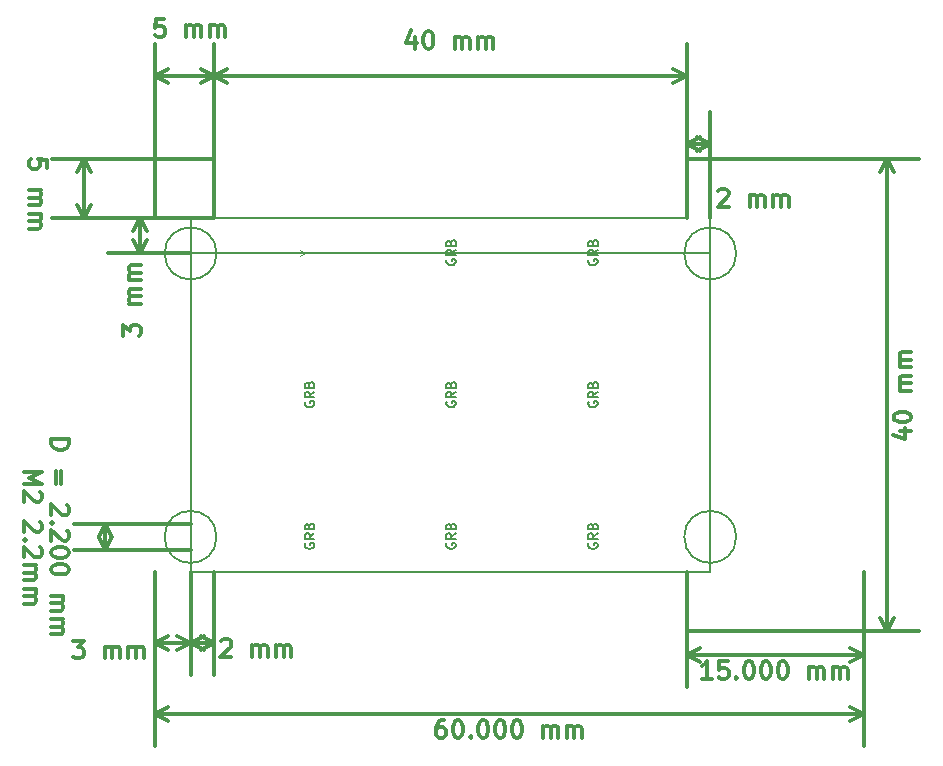
<source format=gbr>
G04 #@! TF.FileFunction,Other,Comment*
%FSLAX46Y46*%
G04 Gerber Fmt 4.6, Leading zero omitted, Abs format (unit mm)*
G04 Created by KiCad (PCBNEW 4.0.7) date 10/18/18 13:28:54*
%MOMM*%
%LPD*%
G01*
G04 APERTURE LIST*
%ADD10C,0.100000*%
%ADD11C,0.200000*%
%ADD12C,0.300000*%
%ADD13C,0.150000*%
G04 APERTURE END LIST*
D10*
D11*
X174000000Y-113000000D02*
X214000000Y-113000000D01*
X216000000Y-143000000D02*
X216000000Y-113000000D01*
X172000000Y-143000000D02*
X216000000Y-143000000D01*
X172000000Y-113000000D02*
X172000000Y-143000000D01*
D12*
X193500001Y-155528570D02*
X193214287Y-155528570D01*
X193071430Y-155599999D01*
X193000001Y-155671428D01*
X192857144Y-155885713D01*
X192785715Y-156171428D01*
X192785715Y-156742856D01*
X192857144Y-156885713D01*
X192928572Y-156957142D01*
X193071430Y-157028570D01*
X193357144Y-157028570D01*
X193500001Y-156957142D01*
X193571430Y-156885713D01*
X193642858Y-156742856D01*
X193642858Y-156385713D01*
X193571430Y-156242856D01*
X193500001Y-156171428D01*
X193357144Y-156099999D01*
X193071430Y-156099999D01*
X192928572Y-156171428D01*
X192857144Y-156242856D01*
X192785715Y-156385713D01*
X194571429Y-155528570D02*
X194714286Y-155528570D01*
X194857143Y-155599999D01*
X194928572Y-155671428D01*
X195000001Y-155814285D01*
X195071429Y-156099999D01*
X195071429Y-156457142D01*
X195000001Y-156742856D01*
X194928572Y-156885713D01*
X194857143Y-156957142D01*
X194714286Y-157028570D01*
X194571429Y-157028570D01*
X194428572Y-156957142D01*
X194357143Y-156885713D01*
X194285715Y-156742856D01*
X194214286Y-156457142D01*
X194214286Y-156099999D01*
X194285715Y-155814285D01*
X194357143Y-155671428D01*
X194428572Y-155599999D01*
X194571429Y-155528570D01*
X195714286Y-156885713D02*
X195785714Y-156957142D01*
X195714286Y-157028570D01*
X195642857Y-156957142D01*
X195714286Y-156885713D01*
X195714286Y-157028570D01*
X196714286Y-155528570D02*
X196857143Y-155528570D01*
X197000000Y-155599999D01*
X197071429Y-155671428D01*
X197142858Y-155814285D01*
X197214286Y-156099999D01*
X197214286Y-156457142D01*
X197142858Y-156742856D01*
X197071429Y-156885713D01*
X197000000Y-156957142D01*
X196857143Y-157028570D01*
X196714286Y-157028570D01*
X196571429Y-156957142D01*
X196500000Y-156885713D01*
X196428572Y-156742856D01*
X196357143Y-156457142D01*
X196357143Y-156099999D01*
X196428572Y-155814285D01*
X196500000Y-155671428D01*
X196571429Y-155599999D01*
X196714286Y-155528570D01*
X198142857Y-155528570D02*
X198285714Y-155528570D01*
X198428571Y-155599999D01*
X198500000Y-155671428D01*
X198571429Y-155814285D01*
X198642857Y-156099999D01*
X198642857Y-156457142D01*
X198571429Y-156742856D01*
X198500000Y-156885713D01*
X198428571Y-156957142D01*
X198285714Y-157028570D01*
X198142857Y-157028570D01*
X198000000Y-156957142D01*
X197928571Y-156885713D01*
X197857143Y-156742856D01*
X197785714Y-156457142D01*
X197785714Y-156099999D01*
X197857143Y-155814285D01*
X197928571Y-155671428D01*
X198000000Y-155599999D01*
X198142857Y-155528570D01*
X199571428Y-155528570D02*
X199714285Y-155528570D01*
X199857142Y-155599999D01*
X199928571Y-155671428D01*
X200000000Y-155814285D01*
X200071428Y-156099999D01*
X200071428Y-156457142D01*
X200000000Y-156742856D01*
X199928571Y-156885713D01*
X199857142Y-156957142D01*
X199714285Y-157028570D01*
X199571428Y-157028570D01*
X199428571Y-156957142D01*
X199357142Y-156885713D01*
X199285714Y-156742856D01*
X199214285Y-156457142D01*
X199214285Y-156099999D01*
X199285714Y-155814285D01*
X199357142Y-155671428D01*
X199428571Y-155599999D01*
X199571428Y-155528570D01*
X201857142Y-157028570D02*
X201857142Y-156028570D01*
X201857142Y-156171428D02*
X201928570Y-156099999D01*
X202071428Y-156028570D01*
X202285713Y-156028570D01*
X202428570Y-156099999D01*
X202499999Y-156242856D01*
X202499999Y-157028570D01*
X202499999Y-156242856D02*
X202571428Y-156099999D01*
X202714285Y-156028570D01*
X202928570Y-156028570D01*
X203071428Y-156099999D01*
X203142856Y-156242856D01*
X203142856Y-157028570D01*
X203857142Y-157028570D02*
X203857142Y-156028570D01*
X203857142Y-156171428D02*
X203928570Y-156099999D01*
X204071428Y-156028570D01*
X204285713Y-156028570D01*
X204428570Y-156099999D01*
X204499999Y-156242856D01*
X204499999Y-157028570D01*
X204499999Y-156242856D02*
X204571428Y-156099999D01*
X204714285Y-156028570D01*
X204928570Y-156028570D01*
X205071428Y-156099999D01*
X205142856Y-156242856D01*
X205142856Y-157028570D01*
X169000000Y-154999999D02*
X229000000Y-154999999D01*
X169000000Y-143000000D02*
X169000000Y-157699999D01*
X229000000Y-143000000D02*
X229000000Y-157699999D01*
X229000000Y-154999999D02*
X227873496Y-155586420D01*
X229000000Y-154999999D02*
X227873496Y-154413578D01*
X169000000Y-154999999D02*
X170126504Y-155586420D01*
X169000000Y-154999999D02*
X170126504Y-154413578D01*
X216142858Y-152028570D02*
X215285715Y-152028570D01*
X215714287Y-152028570D02*
X215714287Y-150528570D01*
X215571430Y-150742856D01*
X215428572Y-150885713D01*
X215285715Y-150957142D01*
X217500001Y-150528570D02*
X216785715Y-150528570D01*
X216714286Y-151242856D01*
X216785715Y-151171428D01*
X216928572Y-151099999D01*
X217285715Y-151099999D01*
X217428572Y-151171428D01*
X217500001Y-151242856D01*
X217571429Y-151385713D01*
X217571429Y-151742856D01*
X217500001Y-151885713D01*
X217428572Y-151957142D01*
X217285715Y-152028570D01*
X216928572Y-152028570D01*
X216785715Y-151957142D01*
X216714286Y-151885713D01*
X218214286Y-151885713D02*
X218285714Y-151957142D01*
X218214286Y-152028570D01*
X218142857Y-151957142D01*
X218214286Y-151885713D01*
X218214286Y-152028570D01*
X219214286Y-150528570D02*
X219357143Y-150528570D01*
X219500000Y-150599999D01*
X219571429Y-150671428D01*
X219642858Y-150814285D01*
X219714286Y-151099999D01*
X219714286Y-151457142D01*
X219642858Y-151742856D01*
X219571429Y-151885713D01*
X219500000Y-151957142D01*
X219357143Y-152028570D01*
X219214286Y-152028570D01*
X219071429Y-151957142D01*
X219000000Y-151885713D01*
X218928572Y-151742856D01*
X218857143Y-151457142D01*
X218857143Y-151099999D01*
X218928572Y-150814285D01*
X219000000Y-150671428D01*
X219071429Y-150599999D01*
X219214286Y-150528570D01*
X220642857Y-150528570D02*
X220785714Y-150528570D01*
X220928571Y-150599999D01*
X221000000Y-150671428D01*
X221071429Y-150814285D01*
X221142857Y-151099999D01*
X221142857Y-151457142D01*
X221071429Y-151742856D01*
X221000000Y-151885713D01*
X220928571Y-151957142D01*
X220785714Y-152028570D01*
X220642857Y-152028570D01*
X220500000Y-151957142D01*
X220428571Y-151885713D01*
X220357143Y-151742856D01*
X220285714Y-151457142D01*
X220285714Y-151099999D01*
X220357143Y-150814285D01*
X220428571Y-150671428D01*
X220500000Y-150599999D01*
X220642857Y-150528570D01*
X222071428Y-150528570D02*
X222214285Y-150528570D01*
X222357142Y-150599999D01*
X222428571Y-150671428D01*
X222500000Y-150814285D01*
X222571428Y-151099999D01*
X222571428Y-151457142D01*
X222500000Y-151742856D01*
X222428571Y-151885713D01*
X222357142Y-151957142D01*
X222214285Y-152028570D01*
X222071428Y-152028570D01*
X221928571Y-151957142D01*
X221857142Y-151885713D01*
X221785714Y-151742856D01*
X221714285Y-151457142D01*
X221714285Y-151099999D01*
X221785714Y-150814285D01*
X221857142Y-150671428D01*
X221928571Y-150599999D01*
X222071428Y-150528570D01*
X224357142Y-152028570D02*
X224357142Y-151028570D01*
X224357142Y-151171428D02*
X224428570Y-151099999D01*
X224571428Y-151028570D01*
X224785713Y-151028570D01*
X224928570Y-151099999D01*
X224999999Y-151242856D01*
X224999999Y-152028570D01*
X224999999Y-151242856D02*
X225071428Y-151099999D01*
X225214285Y-151028570D01*
X225428570Y-151028570D01*
X225571428Y-151099999D01*
X225642856Y-151242856D01*
X225642856Y-152028570D01*
X226357142Y-152028570D02*
X226357142Y-151028570D01*
X226357142Y-151171428D02*
X226428570Y-151099999D01*
X226571428Y-151028570D01*
X226785713Y-151028570D01*
X226928570Y-151099999D01*
X226999999Y-151242856D01*
X226999999Y-152028570D01*
X226999999Y-151242856D02*
X227071428Y-151099999D01*
X227214285Y-151028570D01*
X227428570Y-151028570D01*
X227571428Y-151099999D01*
X227642856Y-151242856D01*
X227642856Y-152028570D01*
X214000000Y-149999999D02*
X229000000Y-149999999D01*
X214000000Y-143000000D02*
X214000000Y-152699999D01*
X229000000Y-143000000D02*
X229000000Y-152699999D01*
X229000000Y-149999999D02*
X227873496Y-150586420D01*
X229000000Y-149999999D02*
X227873496Y-149413578D01*
X214000000Y-149999999D02*
X215126504Y-150586420D01*
X214000000Y-149999999D02*
X215126504Y-149413578D01*
X162028572Y-148778571D02*
X162957143Y-148778571D01*
X162457143Y-149350000D01*
X162671429Y-149350000D01*
X162814286Y-149421429D01*
X162885715Y-149492857D01*
X162957143Y-149635714D01*
X162957143Y-149992857D01*
X162885715Y-150135714D01*
X162814286Y-150207143D01*
X162671429Y-150278571D01*
X162242857Y-150278571D01*
X162100000Y-150207143D01*
X162028572Y-150135714D01*
X164742857Y-150278571D02*
X164742857Y-149278571D01*
X164742857Y-149421429D02*
X164814285Y-149350000D01*
X164957143Y-149278571D01*
X165171428Y-149278571D01*
X165314285Y-149350000D01*
X165385714Y-149492857D01*
X165385714Y-150278571D01*
X165385714Y-149492857D02*
X165457143Y-149350000D01*
X165600000Y-149278571D01*
X165814285Y-149278571D01*
X165957143Y-149350000D01*
X166028571Y-149492857D01*
X166028571Y-150278571D01*
X166742857Y-150278571D02*
X166742857Y-149278571D01*
X166742857Y-149421429D02*
X166814285Y-149350000D01*
X166957143Y-149278571D01*
X167171428Y-149278571D01*
X167314285Y-149350000D01*
X167385714Y-149492857D01*
X167385714Y-150278571D01*
X167385714Y-149492857D02*
X167457143Y-149350000D01*
X167600000Y-149278571D01*
X167814285Y-149278571D01*
X167957143Y-149350000D01*
X168028571Y-149492857D01*
X168028571Y-150278571D01*
X172000000Y-149000000D02*
X169000000Y-149000000D01*
X172000000Y-143000000D02*
X172000000Y-151700000D01*
X169000000Y-143000000D02*
X169000000Y-151700000D01*
X169000000Y-149000000D02*
X170126504Y-148413579D01*
X169000000Y-149000000D02*
X170126504Y-149586421D01*
X172000000Y-149000000D02*
X170873496Y-148413579D01*
X172000000Y-149000000D02*
X170873496Y-149586421D01*
D11*
X172000000Y-116000000D02*
X216000000Y-116000000D01*
D12*
X174600000Y-148821429D02*
X174671429Y-148750000D01*
X174814286Y-148678571D01*
X175171429Y-148678571D01*
X175314286Y-148750000D01*
X175385715Y-148821429D01*
X175457143Y-148964286D01*
X175457143Y-149107143D01*
X175385715Y-149321429D01*
X174528572Y-150178571D01*
X175457143Y-150178571D01*
X177242857Y-150178571D02*
X177242857Y-149178571D01*
X177242857Y-149321429D02*
X177314285Y-149250000D01*
X177457143Y-149178571D01*
X177671428Y-149178571D01*
X177814285Y-149250000D01*
X177885714Y-149392857D01*
X177885714Y-150178571D01*
X177885714Y-149392857D02*
X177957143Y-149250000D01*
X178100000Y-149178571D01*
X178314285Y-149178571D01*
X178457143Y-149250000D01*
X178528571Y-149392857D01*
X178528571Y-150178571D01*
X179242857Y-150178571D02*
X179242857Y-149178571D01*
X179242857Y-149321429D02*
X179314285Y-149250000D01*
X179457143Y-149178571D01*
X179671428Y-149178571D01*
X179814285Y-149250000D01*
X179885714Y-149392857D01*
X179885714Y-150178571D01*
X179885714Y-149392857D02*
X179957143Y-149250000D01*
X180100000Y-149178571D01*
X180314285Y-149178571D01*
X180457143Y-149250000D01*
X180528571Y-149392857D01*
X180528571Y-150178571D01*
X172000000Y-149000000D02*
X174000000Y-149000000D01*
X172000000Y-143000000D02*
X172000000Y-151700000D01*
X174000000Y-143000000D02*
X174000000Y-151700000D01*
X174000000Y-149000000D02*
X172873496Y-149586421D01*
X174000000Y-149000000D02*
X172873496Y-148413579D01*
X172000000Y-149000000D02*
X173126504Y-149586421D01*
X172000000Y-149000000D02*
X173126504Y-148413579D01*
X166278571Y-122971428D02*
X166278571Y-122042857D01*
X166850000Y-122542857D01*
X166850000Y-122328571D01*
X166921429Y-122185714D01*
X166992857Y-122114285D01*
X167135714Y-122042857D01*
X167492857Y-122042857D01*
X167635714Y-122114285D01*
X167707143Y-122185714D01*
X167778571Y-122328571D01*
X167778571Y-122757143D01*
X167707143Y-122900000D01*
X167635714Y-122971428D01*
X167778571Y-120257143D02*
X166778571Y-120257143D01*
X166921429Y-120257143D02*
X166850000Y-120185715D01*
X166778571Y-120042857D01*
X166778571Y-119828572D01*
X166850000Y-119685715D01*
X166992857Y-119614286D01*
X167778571Y-119614286D01*
X166992857Y-119614286D02*
X166850000Y-119542857D01*
X166778571Y-119400000D01*
X166778571Y-119185715D01*
X166850000Y-119042857D01*
X166992857Y-118971429D01*
X167778571Y-118971429D01*
X167778571Y-118257143D02*
X166778571Y-118257143D01*
X166921429Y-118257143D02*
X166850000Y-118185715D01*
X166778571Y-118042857D01*
X166778571Y-117828572D01*
X166850000Y-117685715D01*
X166992857Y-117614286D01*
X167778571Y-117614286D01*
X166992857Y-117614286D02*
X166850000Y-117542857D01*
X166778571Y-117400000D01*
X166778571Y-117185715D01*
X166850000Y-117042857D01*
X166992857Y-116971429D01*
X167778571Y-116971429D01*
X167700000Y-116000000D02*
X167700000Y-113000000D01*
X172000000Y-116000000D02*
X165000000Y-116000000D01*
X172000000Y-113000000D02*
X165000000Y-113000000D01*
X167700000Y-113000000D02*
X168286421Y-114126504D01*
X167700000Y-113000000D02*
X167113579Y-114126504D01*
X167700000Y-116000000D02*
X168286421Y-114873496D01*
X167700000Y-116000000D02*
X167113579Y-114873496D01*
X216700000Y-110671429D02*
X216771429Y-110600000D01*
X216914286Y-110528571D01*
X217271429Y-110528571D01*
X217414286Y-110600000D01*
X217485715Y-110671429D01*
X217557143Y-110814286D01*
X217557143Y-110957143D01*
X217485715Y-111171429D01*
X216628572Y-112028571D01*
X217557143Y-112028571D01*
X219342857Y-112028571D02*
X219342857Y-111028571D01*
X219342857Y-111171429D02*
X219414285Y-111100000D01*
X219557143Y-111028571D01*
X219771428Y-111028571D01*
X219914285Y-111100000D01*
X219985714Y-111242857D01*
X219985714Y-112028571D01*
X219985714Y-111242857D02*
X220057143Y-111100000D01*
X220200000Y-111028571D01*
X220414285Y-111028571D01*
X220557143Y-111100000D01*
X220628571Y-111242857D01*
X220628571Y-112028571D01*
X221342857Y-112028571D02*
X221342857Y-111028571D01*
X221342857Y-111171429D02*
X221414285Y-111100000D01*
X221557143Y-111028571D01*
X221771428Y-111028571D01*
X221914285Y-111100000D01*
X221985714Y-111242857D01*
X221985714Y-112028571D01*
X221985714Y-111242857D02*
X222057143Y-111100000D01*
X222200000Y-111028571D01*
X222414285Y-111028571D01*
X222557143Y-111100000D01*
X222628571Y-111242857D01*
X222628571Y-112028571D01*
X216000000Y-106700000D02*
X214000000Y-106700000D01*
X216000000Y-113000000D02*
X216000000Y-104000000D01*
X214000000Y-113000000D02*
X214000000Y-104000000D01*
X214000000Y-106700000D02*
X215126504Y-106113579D01*
X214000000Y-106700000D02*
X215126504Y-107286421D01*
X216000000Y-106700000D02*
X214873496Y-106113579D01*
X216000000Y-106700000D02*
X214873496Y-107286421D01*
X157921429Y-134528572D02*
X159421429Y-134528572D01*
X158350000Y-135028572D01*
X159421429Y-135528572D01*
X157921429Y-135528572D01*
X159278571Y-136171429D02*
X159350000Y-136242858D01*
X159421429Y-136385715D01*
X159421429Y-136742858D01*
X159350000Y-136885715D01*
X159278571Y-136957144D01*
X159135714Y-137028572D01*
X158992857Y-137028572D01*
X158778571Y-136957144D01*
X157921429Y-136100001D01*
X157921429Y-137028572D01*
X159278571Y-138742857D02*
X159350000Y-138814286D01*
X159421429Y-138957143D01*
X159421429Y-139314286D01*
X159350000Y-139457143D01*
X159278571Y-139528572D01*
X159135714Y-139600000D01*
X158992857Y-139600000D01*
X158778571Y-139528572D01*
X157921429Y-138671429D01*
X157921429Y-139600000D01*
X158064286Y-140242857D02*
X157992857Y-140314285D01*
X157921429Y-140242857D01*
X157992857Y-140171428D01*
X158064286Y-140242857D01*
X157921429Y-140242857D01*
X159278571Y-140885714D02*
X159350000Y-140957143D01*
X159421429Y-141100000D01*
X159421429Y-141457143D01*
X159350000Y-141600000D01*
X159278571Y-141671429D01*
X159135714Y-141742857D01*
X158992857Y-141742857D01*
X158778571Y-141671429D01*
X157921429Y-140814286D01*
X157921429Y-141742857D01*
X157921429Y-142385714D02*
X158921429Y-142385714D01*
X158778571Y-142385714D02*
X158850000Y-142457142D01*
X158921429Y-142600000D01*
X158921429Y-142814285D01*
X158850000Y-142957142D01*
X158707143Y-143028571D01*
X157921429Y-143028571D01*
X158707143Y-143028571D02*
X158850000Y-143100000D01*
X158921429Y-143242857D01*
X158921429Y-143457142D01*
X158850000Y-143600000D01*
X158707143Y-143671428D01*
X157921429Y-143671428D01*
X157921429Y-144385714D02*
X158921429Y-144385714D01*
X158778571Y-144385714D02*
X158850000Y-144457142D01*
X158921429Y-144600000D01*
X158921429Y-144814285D01*
X158850000Y-144957142D01*
X158707143Y-145028571D01*
X157921429Y-145028571D01*
X158707143Y-145028571D02*
X158850000Y-145100000D01*
X158921429Y-145242857D01*
X158921429Y-145457142D01*
X158850000Y-145600000D01*
X158707143Y-145671428D01*
X157921429Y-145671428D01*
X160221429Y-131750001D02*
X161721429Y-131750001D01*
X161721429Y-132107144D01*
X161650000Y-132321429D01*
X161507143Y-132464287D01*
X161364286Y-132535715D01*
X161078571Y-132607144D01*
X160864286Y-132607144D01*
X160578571Y-132535715D01*
X160435714Y-132464287D01*
X160292857Y-132321429D01*
X160221429Y-132107144D01*
X160221429Y-131750001D01*
X161007143Y-134392858D02*
X161007143Y-135535715D01*
X160578571Y-135535715D02*
X160578571Y-134392858D01*
X161578571Y-137321429D02*
X161650000Y-137392858D01*
X161721429Y-137535715D01*
X161721429Y-137892858D01*
X161650000Y-138035715D01*
X161578571Y-138107144D01*
X161435714Y-138178572D01*
X161292857Y-138178572D01*
X161078571Y-138107144D01*
X160221429Y-137250001D01*
X160221429Y-138178572D01*
X160364286Y-138821429D02*
X160292857Y-138892857D01*
X160221429Y-138821429D01*
X160292857Y-138750000D01*
X160364286Y-138821429D01*
X160221429Y-138821429D01*
X161578571Y-139464286D02*
X161650000Y-139535715D01*
X161721429Y-139678572D01*
X161721429Y-140035715D01*
X161650000Y-140178572D01*
X161578571Y-140250001D01*
X161435714Y-140321429D01*
X161292857Y-140321429D01*
X161078571Y-140250001D01*
X160221429Y-139392858D01*
X160221429Y-140321429D01*
X161721429Y-141250000D02*
X161721429Y-141392857D01*
X161650000Y-141535714D01*
X161578571Y-141607143D01*
X161435714Y-141678572D01*
X161150000Y-141750000D01*
X160792857Y-141750000D01*
X160507143Y-141678572D01*
X160364286Y-141607143D01*
X160292857Y-141535714D01*
X160221429Y-141392857D01*
X160221429Y-141250000D01*
X160292857Y-141107143D01*
X160364286Y-141035714D01*
X160507143Y-140964286D01*
X160792857Y-140892857D01*
X161150000Y-140892857D01*
X161435714Y-140964286D01*
X161578571Y-141035714D01*
X161650000Y-141107143D01*
X161721429Y-141250000D01*
X161721429Y-142678571D02*
X161721429Y-142821428D01*
X161650000Y-142964285D01*
X161578571Y-143035714D01*
X161435714Y-143107143D01*
X161150000Y-143178571D01*
X160792857Y-143178571D01*
X160507143Y-143107143D01*
X160364286Y-143035714D01*
X160292857Y-142964285D01*
X160221429Y-142821428D01*
X160221429Y-142678571D01*
X160292857Y-142535714D01*
X160364286Y-142464285D01*
X160507143Y-142392857D01*
X160792857Y-142321428D01*
X161150000Y-142321428D01*
X161435714Y-142392857D01*
X161578571Y-142464285D01*
X161650000Y-142535714D01*
X161721429Y-142678571D01*
X160221429Y-144964285D02*
X161221429Y-144964285D01*
X161078571Y-144964285D02*
X161150000Y-145035713D01*
X161221429Y-145178571D01*
X161221429Y-145392856D01*
X161150000Y-145535713D01*
X161007143Y-145607142D01*
X160221429Y-145607142D01*
X161007143Y-145607142D02*
X161150000Y-145678571D01*
X161221429Y-145821428D01*
X161221429Y-146035713D01*
X161150000Y-146178571D01*
X161007143Y-146249999D01*
X160221429Y-146249999D01*
X160221429Y-146964285D02*
X161221429Y-146964285D01*
X161078571Y-146964285D02*
X161150000Y-147035713D01*
X161221429Y-147178571D01*
X161221429Y-147392856D01*
X161150000Y-147535713D01*
X161007143Y-147607142D01*
X160221429Y-147607142D01*
X161007143Y-147607142D02*
X161150000Y-147678571D01*
X161221429Y-147821428D01*
X161221429Y-148035713D01*
X161150000Y-148178571D01*
X161007143Y-148249999D01*
X160221429Y-148249999D01*
X164800000Y-138900000D02*
X164800000Y-141100000D01*
X172000000Y-138900000D02*
X162100000Y-138900000D01*
X172000000Y-141100000D02*
X162100000Y-141100000D01*
X164800000Y-141100000D02*
X164213579Y-139973496D01*
X164800000Y-141100000D02*
X165386421Y-139973496D01*
X164800000Y-138900000D02*
X164213579Y-140026504D01*
X164800000Y-138900000D02*
X165386421Y-140026504D01*
X169785715Y-96178571D02*
X169071429Y-96178571D01*
X169000000Y-96892857D01*
X169071429Y-96821429D01*
X169214286Y-96750000D01*
X169571429Y-96750000D01*
X169714286Y-96821429D01*
X169785715Y-96892857D01*
X169857143Y-97035714D01*
X169857143Y-97392857D01*
X169785715Y-97535714D01*
X169714286Y-97607143D01*
X169571429Y-97678571D01*
X169214286Y-97678571D01*
X169071429Y-97607143D01*
X169000000Y-97535714D01*
X171642857Y-97678571D02*
X171642857Y-96678571D01*
X171642857Y-96821429D02*
X171714285Y-96750000D01*
X171857143Y-96678571D01*
X172071428Y-96678571D01*
X172214285Y-96750000D01*
X172285714Y-96892857D01*
X172285714Y-97678571D01*
X172285714Y-96892857D02*
X172357143Y-96750000D01*
X172500000Y-96678571D01*
X172714285Y-96678571D01*
X172857143Y-96750000D01*
X172928571Y-96892857D01*
X172928571Y-97678571D01*
X173642857Y-97678571D02*
X173642857Y-96678571D01*
X173642857Y-96821429D02*
X173714285Y-96750000D01*
X173857143Y-96678571D01*
X174071428Y-96678571D01*
X174214285Y-96750000D01*
X174285714Y-96892857D01*
X174285714Y-97678571D01*
X174285714Y-96892857D02*
X174357143Y-96750000D01*
X174500000Y-96678571D01*
X174714285Y-96678571D01*
X174857143Y-96750000D01*
X174928571Y-96892857D01*
X174928571Y-97678571D01*
X174000000Y-101000000D02*
X169000000Y-101000000D01*
X174000000Y-113000000D02*
X174000000Y-98300000D01*
X169000000Y-113000000D02*
X169000000Y-98300000D01*
X169000000Y-101000000D02*
X170126504Y-100413579D01*
X169000000Y-101000000D02*
X170126504Y-101586421D01*
X174000000Y-101000000D02*
X172873496Y-100413579D01*
X174000000Y-101000000D02*
X172873496Y-101586421D01*
X191000001Y-97678571D02*
X191000001Y-98678571D01*
X190642858Y-97107143D02*
X190285715Y-98178571D01*
X191214287Y-98178571D01*
X192071429Y-97178571D02*
X192214286Y-97178571D01*
X192357143Y-97250000D01*
X192428572Y-97321429D01*
X192500001Y-97464286D01*
X192571429Y-97750000D01*
X192571429Y-98107143D01*
X192500001Y-98392857D01*
X192428572Y-98535714D01*
X192357143Y-98607143D01*
X192214286Y-98678571D01*
X192071429Y-98678571D01*
X191928572Y-98607143D01*
X191857143Y-98535714D01*
X191785715Y-98392857D01*
X191714286Y-98107143D01*
X191714286Y-97750000D01*
X191785715Y-97464286D01*
X191857143Y-97321429D01*
X191928572Y-97250000D01*
X192071429Y-97178571D01*
X194357143Y-98678571D02*
X194357143Y-97678571D01*
X194357143Y-97821429D02*
X194428571Y-97750000D01*
X194571429Y-97678571D01*
X194785714Y-97678571D01*
X194928571Y-97750000D01*
X195000000Y-97892857D01*
X195000000Y-98678571D01*
X195000000Y-97892857D02*
X195071429Y-97750000D01*
X195214286Y-97678571D01*
X195428571Y-97678571D01*
X195571429Y-97750000D01*
X195642857Y-97892857D01*
X195642857Y-98678571D01*
X196357143Y-98678571D02*
X196357143Y-97678571D01*
X196357143Y-97821429D02*
X196428571Y-97750000D01*
X196571429Y-97678571D01*
X196785714Y-97678571D01*
X196928571Y-97750000D01*
X197000000Y-97892857D01*
X197000000Y-98678571D01*
X197000000Y-97892857D02*
X197071429Y-97750000D01*
X197214286Y-97678571D01*
X197428571Y-97678571D01*
X197571429Y-97750000D01*
X197642857Y-97892857D01*
X197642857Y-98678571D01*
X214000000Y-101000000D02*
X174000000Y-101000000D01*
X214000000Y-108000000D02*
X214000000Y-98300000D01*
X174000000Y-108000000D02*
X174000000Y-98300000D01*
X174000000Y-101000000D02*
X175126504Y-100413579D01*
X174000000Y-101000000D02*
X175126504Y-101586421D01*
X214000000Y-101000000D02*
X212873496Y-100413579D01*
X214000000Y-101000000D02*
X212873496Y-101586421D01*
X159821429Y-108785715D02*
X159821429Y-108071429D01*
X159107143Y-108000000D01*
X159178571Y-108071429D01*
X159250000Y-108214286D01*
X159250000Y-108571429D01*
X159178571Y-108714286D01*
X159107143Y-108785715D01*
X158964286Y-108857143D01*
X158607143Y-108857143D01*
X158464286Y-108785715D01*
X158392857Y-108714286D01*
X158321429Y-108571429D01*
X158321429Y-108214286D01*
X158392857Y-108071429D01*
X158464286Y-108000000D01*
X158321429Y-110642857D02*
X159321429Y-110642857D01*
X159178571Y-110642857D02*
X159250000Y-110714285D01*
X159321429Y-110857143D01*
X159321429Y-111071428D01*
X159250000Y-111214285D01*
X159107143Y-111285714D01*
X158321429Y-111285714D01*
X159107143Y-111285714D02*
X159250000Y-111357143D01*
X159321429Y-111500000D01*
X159321429Y-111714285D01*
X159250000Y-111857143D01*
X159107143Y-111928571D01*
X158321429Y-111928571D01*
X158321429Y-112642857D02*
X159321429Y-112642857D01*
X159178571Y-112642857D02*
X159250000Y-112714285D01*
X159321429Y-112857143D01*
X159321429Y-113071428D01*
X159250000Y-113214285D01*
X159107143Y-113285714D01*
X158321429Y-113285714D01*
X159107143Y-113285714D02*
X159250000Y-113357143D01*
X159321429Y-113500000D01*
X159321429Y-113714285D01*
X159250000Y-113857143D01*
X159107143Y-113928571D01*
X158321429Y-113928571D01*
X163000000Y-108000000D02*
X163000000Y-113000000D01*
X174000000Y-108000000D02*
X160300000Y-108000000D01*
X174000000Y-113000000D02*
X160300000Y-113000000D01*
X163000000Y-113000000D02*
X162413579Y-111873496D01*
X163000000Y-113000000D02*
X163586421Y-111873496D01*
X163000000Y-108000000D02*
X162413579Y-109126504D01*
X163000000Y-108000000D02*
X163586421Y-109126504D01*
X232028571Y-130999999D02*
X233028571Y-130999999D01*
X231457143Y-131357142D02*
X232528571Y-131714285D01*
X232528571Y-130785713D01*
X231528571Y-129928571D02*
X231528571Y-129785714D01*
X231600000Y-129642857D01*
X231671429Y-129571428D01*
X231814286Y-129499999D01*
X232100000Y-129428571D01*
X232457143Y-129428571D01*
X232742857Y-129499999D01*
X232885714Y-129571428D01*
X232957143Y-129642857D01*
X233028571Y-129785714D01*
X233028571Y-129928571D01*
X232957143Y-130071428D01*
X232885714Y-130142857D01*
X232742857Y-130214285D01*
X232457143Y-130285714D01*
X232100000Y-130285714D01*
X231814286Y-130214285D01*
X231671429Y-130142857D01*
X231600000Y-130071428D01*
X231528571Y-129928571D01*
X233028571Y-127642857D02*
X232028571Y-127642857D01*
X232171429Y-127642857D02*
X232100000Y-127571429D01*
X232028571Y-127428571D01*
X232028571Y-127214286D01*
X232100000Y-127071429D01*
X232242857Y-127000000D01*
X233028571Y-127000000D01*
X232242857Y-127000000D02*
X232100000Y-126928571D01*
X232028571Y-126785714D01*
X232028571Y-126571429D01*
X232100000Y-126428571D01*
X232242857Y-126357143D01*
X233028571Y-126357143D01*
X233028571Y-125642857D02*
X232028571Y-125642857D01*
X232171429Y-125642857D02*
X232100000Y-125571429D01*
X232028571Y-125428571D01*
X232028571Y-125214286D01*
X232100000Y-125071429D01*
X232242857Y-125000000D01*
X233028571Y-125000000D01*
X232242857Y-125000000D02*
X232100000Y-124928571D01*
X232028571Y-124785714D01*
X232028571Y-124571429D01*
X232100000Y-124428571D01*
X232242857Y-124357143D01*
X233028571Y-124357143D01*
X231000000Y-148000000D02*
X231000000Y-108000000D01*
X214000000Y-148000000D02*
X233700000Y-148000000D01*
X214000000Y-108000000D02*
X233700000Y-108000000D01*
X231000000Y-108000000D02*
X231586421Y-109126504D01*
X231000000Y-108000000D02*
X230413579Y-109126504D01*
X231000000Y-148000000D02*
X231586421Y-146873496D01*
X231000000Y-148000000D02*
X230413579Y-146873496D01*
D10*
X181717952Y-115951000D02*
X182098905Y-115951000D01*
X181298905Y-116217667D02*
X181717952Y-115951000D01*
X181298905Y-115684333D01*
D13*
X218200000Y-140000000D02*
G75*
G03X218200000Y-140000000I-2200000J0D01*
G01*
X218200000Y-116000000D02*
G75*
G03X218200000Y-116000000I-2200000J0D01*
G01*
X174200000Y-140000000D02*
G75*
G03X174200000Y-140000000I-2200000J0D01*
G01*
X174200000Y-116000000D02*
G75*
G03X174200000Y-116000000I-2200000J0D01*
G01*
X205700000Y-140540476D02*
X205661905Y-140616667D01*
X205661905Y-140730952D01*
X205700000Y-140845238D01*
X205776190Y-140921429D01*
X205852381Y-140959524D01*
X206004762Y-140997619D01*
X206119048Y-140997619D01*
X206271429Y-140959524D01*
X206347619Y-140921429D01*
X206423810Y-140845238D01*
X206461905Y-140730952D01*
X206461905Y-140654762D01*
X206423810Y-140540476D01*
X206385714Y-140502381D01*
X206119048Y-140502381D01*
X206119048Y-140654762D01*
X206461905Y-139702381D02*
X206080952Y-139969048D01*
X206461905Y-140159524D02*
X205661905Y-140159524D01*
X205661905Y-139854762D01*
X205700000Y-139778571D01*
X205738095Y-139740476D01*
X205814286Y-139702381D01*
X205928571Y-139702381D01*
X206004762Y-139740476D01*
X206042857Y-139778571D01*
X206080952Y-139854762D01*
X206080952Y-140159524D01*
X206042857Y-139092857D02*
X206080952Y-138978571D01*
X206119048Y-138940476D01*
X206195238Y-138902381D01*
X206309524Y-138902381D01*
X206385714Y-138940476D01*
X206423810Y-138978571D01*
X206461905Y-139054762D01*
X206461905Y-139359524D01*
X205661905Y-139359524D01*
X205661905Y-139092857D01*
X205700000Y-139016667D01*
X205738095Y-138978571D01*
X205814286Y-138940476D01*
X205890476Y-138940476D01*
X205966667Y-138978571D01*
X206004762Y-139016667D01*
X206042857Y-139092857D01*
X206042857Y-139359524D01*
X193700000Y-140540476D02*
X193661905Y-140616667D01*
X193661905Y-140730952D01*
X193700000Y-140845238D01*
X193776190Y-140921429D01*
X193852381Y-140959524D01*
X194004762Y-140997619D01*
X194119048Y-140997619D01*
X194271429Y-140959524D01*
X194347619Y-140921429D01*
X194423810Y-140845238D01*
X194461905Y-140730952D01*
X194461905Y-140654762D01*
X194423810Y-140540476D01*
X194385714Y-140502381D01*
X194119048Y-140502381D01*
X194119048Y-140654762D01*
X194461905Y-139702381D02*
X194080952Y-139969048D01*
X194461905Y-140159524D02*
X193661905Y-140159524D01*
X193661905Y-139854762D01*
X193700000Y-139778571D01*
X193738095Y-139740476D01*
X193814286Y-139702381D01*
X193928571Y-139702381D01*
X194004762Y-139740476D01*
X194042857Y-139778571D01*
X194080952Y-139854762D01*
X194080952Y-140159524D01*
X194042857Y-139092857D02*
X194080952Y-138978571D01*
X194119048Y-138940476D01*
X194195238Y-138902381D01*
X194309524Y-138902381D01*
X194385714Y-138940476D01*
X194423810Y-138978571D01*
X194461905Y-139054762D01*
X194461905Y-139359524D01*
X193661905Y-139359524D01*
X193661905Y-139092857D01*
X193700000Y-139016667D01*
X193738095Y-138978571D01*
X193814286Y-138940476D01*
X193890476Y-138940476D01*
X193966667Y-138978571D01*
X194004762Y-139016667D01*
X194042857Y-139092857D01*
X194042857Y-139359524D01*
X181700000Y-140540476D02*
X181661905Y-140616667D01*
X181661905Y-140730952D01*
X181700000Y-140845238D01*
X181776190Y-140921429D01*
X181852381Y-140959524D01*
X182004762Y-140997619D01*
X182119048Y-140997619D01*
X182271429Y-140959524D01*
X182347619Y-140921429D01*
X182423810Y-140845238D01*
X182461905Y-140730952D01*
X182461905Y-140654762D01*
X182423810Y-140540476D01*
X182385714Y-140502381D01*
X182119048Y-140502381D01*
X182119048Y-140654762D01*
X182461905Y-139702381D02*
X182080952Y-139969048D01*
X182461905Y-140159524D02*
X181661905Y-140159524D01*
X181661905Y-139854762D01*
X181700000Y-139778571D01*
X181738095Y-139740476D01*
X181814286Y-139702381D01*
X181928571Y-139702381D01*
X182004762Y-139740476D01*
X182042857Y-139778571D01*
X182080952Y-139854762D01*
X182080952Y-140159524D01*
X182042857Y-139092857D02*
X182080952Y-138978571D01*
X182119048Y-138940476D01*
X182195238Y-138902381D01*
X182309524Y-138902381D01*
X182385714Y-138940476D01*
X182423810Y-138978571D01*
X182461905Y-139054762D01*
X182461905Y-139359524D01*
X181661905Y-139359524D01*
X181661905Y-139092857D01*
X181700000Y-139016667D01*
X181738095Y-138978571D01*
X181814286Y-138940476D01*
X181890476Y-138940476D01*
X181966667Y-138978571D01*
X182004762Y-139016667D01*
X182042857Y-139092857D01*
X182042857Y-139359524D01*
X205700000Y-128540476D02*
X205661905Y-128616667D01*
X205661905Y-128730952D01*
X205700000Y-128845238D01*
X205776190Y-128921429D01*
X205852381Y-128959524D01*
X206004762Y-128997619D01*
X206119048Y-128997619D01*
X206271429Y-128959524D01*
X206347619Y-128921429D01*
X206423810Y-128845238D01*
X206461905Y-128730952D01*
X206461905Y-128654762D01*
X206423810Y-128540476D01*
X206385714Y-128502381D01*
X206119048Y-128502381D01*
X206119048Y-128654762D01*
X206461905Y-127702381D02*
X206080952Y-127969048D01*
X206461905Y-128159524D02*
X205661905Y-128159524D01*
X205661905Y-127854762D01*
X205700000Y-127778571D01*
X205738095Y-127740476D01*
X205814286Y-127702381D01*
X205928571Y-127702381D01*
X206004762Y-127740476D01*
X206042857Y-127778571D01*
X206080952Y-127854762D01*
X206080952Y-128159524D01*
X206042857Y-127092857D02*
X206080952Y-126978571D01*
X206119048Y-126940476D01*
X206195238Y-126902381D01*
X206309524Y-126902381D01*
X206385714Y-126940476D01*
X206423810Y-126978571D01*
X206461905Y-127054762D01*
X206461905Y-127359524D01*
X205661905Y-127359524D01*
X205661905Y-127092857D01*
X205700000Y-127016667D01*
X205738095Y-126978571D01*
X205814286Y-126940476D01*
X205890476Y-126940476D01*
X205966667Y-126978571D01*
X206004762Y-127016667D01*
X206042857Y-127092857D01*
X206042857Y-127359524D01*
X193700000Y-128540476D02*
X193661905Y-128616667D01*
X193661905Y-128730952D01*
X193700000Y-128845238D01*
X193776190Y-128921429D01*
X193852381Y-128959524D01*
X194004762Y-128997619D01*
X194119048Y-128997619D01*
X194271429Y-128959524D01*
X194347619Y-128921429D01*
X194423810Y-128845238D01*
X194461905Y-128730952D01*
X194461905Y-128654762D01*
X194423810Y-128540476D01*
X194385714Y-128502381D01*
X194119048Y-128502381D01*
X194119048Y-128654762D01*
X194461905Y-127702381D02*
X194080952Y-127969048D01*
X194461905Y-128159524D02*
X193661905Y-128159524D01*
X193661905Y-127854762D01*
X193700000Y-127778571D01*
X193738095Y-127740476D01*
X193814286Y-127702381D01*
X193928571Y-127702381D01*
X194004762Y-127740476D01*
X194042857Y-127778571D01*
X194080952Y-127854762D01*
X194080952Y-128159524D01*
X194042857Y-127092857D02*
X194080952Y-126978571D01*
X194119048Y-126940476D01*
X194195238Y-126902381D01*
X194309524Y-126902381D01*
X194385714Y-126940476D01*
X194423810Y-126978571D01*
X194461905Y-127054762D01*
X194461905Y-127359524D01*
X193661905Y-127359524D01*
X193661905Y-127092857D01*
X193700000Y-127016667D01*
X193738095Y-126978571D01*
X193814286Y-126940476D01*
X193890476Y-126940476D01*
X193966667Y-126978571D01*
X194004762Y-127016667D01*
X194042857Y-127092857D01*
X194042857Y-127359524D01*
X181700000Y-128540476D02*
X181661905Y-128616667D01*
X181661905Y-128730952D01*
X181700000Y-128845238D01*
X181776190Y-128921429D01*
X181852381Y-128959524D01*
X182004762Y-128997619D01*
X182119048Y-128997619D01*
X182271429Y-128959524D01*
X182347619Y-128921429D01*
X182423810Y-128845238D01*
X182461905Y-128730952D01*
X182461905Y-128654762D01*
X182423810Y-128540476D01*
X182385714Y-128502381D01*
X182119048Y-128502381D01*
X182119048Y-128654762D01*
X182461905Y-127702381D02*
X182080952Y-127969048D01*
X182461905Y-128159524D02*
X181661905Y-128159524D01*
X181661905Y-127854762D01*
X181700000Y-127778571D01*
X181738095Y-127740476D01*
X181814286Y-127702381D01*
X181928571Y-127702381D01*
X182004762Y-127740476D01*
X182042857Y-127778571D01*
X182080952Y-127854762D01*
X182080952Y-128159524D01*
X182042857Y-127092857D02*
X182080952Y-126978571D01*
X182119048Y-126940476D01*
X182195238Y-126902381D01*
X182309524Y-126902381D01*
X182385714Y-126940476D01*
X182423810Y-126978571D01*
X182461905Y-127054762D01*
X182461905Y-127359524D01*
X181661905Y-127359524D01*
X181661905Y-127092857D01*
X181700000Y-127016667D01*
X181738095Y-126978571D01*
X181814286Y-126940476D01*
X181890476Y-126940476D01*
X181966667Y-126978571D01*
X182004762Y-127016667D01*
X182042857Y-127092857D01*
X182042857Y-127359524D01*
X205700000Y-116540476D02*
X205661905Y-116616667D01*
X205661905Y-116730952D01*
X205700000Y-116845238D01*
X205776190Y-116921429D01*
X205852381Y-116959524D01*
X206004762Y-116997619D01*
X206119048Y-116997619D01*
X206271429Y-116959524D01*
X206347619Y-116921429D01*
X206423810Y-116845238D01*
X206461905Y-116730952D01*
X206461905Y-116654762D01*
X206423810Y-116540476D01*
X206385714Y-116502381D01*
X206119048Y-116502381D01*
X206119048Y-116654762D01*
X206461905Y-115702381D02*
X206080952Y-115969048D01*
X206461905Y-116159524D02*
X205661905Y-116159524D01*
X205661905Y-115854762D01*
X205700000Y-115778571D01*
X205738095Y-115740476D01*
X205814286Y-115702381D01*
X205928571Y-115702381D01*
X206004762Y-115740476D01*
X206042857Y-115778571D01*
X206080952Y-115854762D01*
X206080952Y-116159524D01*
X206042857Y-115092857D02*
X206080952Y-114978571D01*
X206119048Y-114940476D01*
X206195238Y-114902381D01*
X206309524Y-114902381D01*
X206385714Y-114940476D01*
X206423810Y-114978571D01*
X206461905Y-115054762D01*
X206461905Y-115359524D01*
X205661905Y-115359524D01*
X205661905Y-115092857D01*
X205700000Y-115016667D01*
X205738095Y-114978571D01*
X205814286Y-114940476D01*
X205890476Y-114940476D01*
X205966667Y-114978571D01*
X206004762Y-115016667D01*
X206042857Y-115092857D01*
X206042857Y-115359524D01*
X193700000Y-116540476D02*
X193661905Y-116616667D01*
X193661905Y-116730952D01*
X193700000Y-116845238D01*
X193776190Y-116921429D01*
X193852381Y-116959524D01*
X194004762Y-116997619D01*
X194119048Y-116997619D01*
X194271429Y-116959524D01*
X194347619Y-116921429D01*
X194423810Y-116845238D01*
X194461905Y-116730952D01*
X194461905Y-116654762D01*
X194423810Y-116540476D01*
X194385714Y-116502381D01*
X194119048Y-116502381D01*
X194119048Y-116654762D01*
X194461905Y-115702381D02*
X194080952Y-115969048D01*
X194461905Y-116159524D02*
X193661905Y-116159524D01*
X193661905Y-115854762D01*
X193700000Y-115778571D01*
X193738095Y-115740476D01*
X193814286Y-115702381D01*
X193928571Y-115702381D01*
X194004762Y-115740476D01*
X194042857Y-115778571D01*
X194080952Y-115854762D01*
X194080952Y-116159524D01*
X194042857Y-115092857D02*
X194080952Y-114978571D01*
X194119048Y-114940476D01*
X194195238Y-114902381D01*
X194309524Y-114902381D01*
X194385714Y-114940476D01*
X194423810Y-114978571D01*
X194461905Y-115054762D01*
X194461905Y-115359524D01*
X193661905Y-115359524D01*
X193661905Y-115092857D01*
X193700000Y-115016667D01*
X193738095Y-114978571D01*
X193814286Y-114940476D01*
X193890476Y-114940476D01*
X193966667Y-114978571D01*
X194004762Y-115016667D01*
X194042857Y-115092857D01*
X194042857Y-115359524D01*
M02*

</source>
